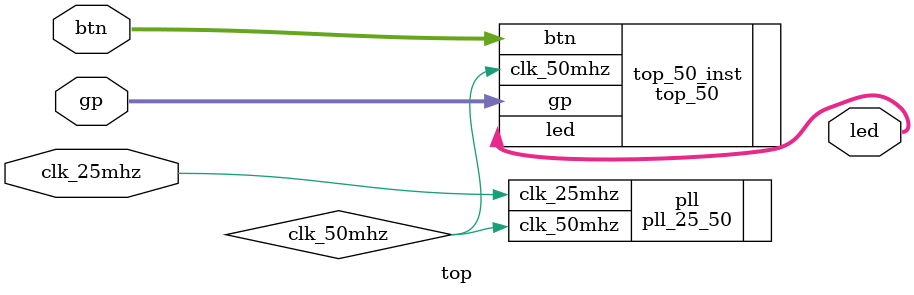
<source format=v>
module top (
    input clk_25mhz,
    inout wire [27:0] gp,
    input [6:0] btn,
    output [7:0] led
);

wire clk_50mhz;

pll_25_50 pll(
    .clk_25mhz(clk_25mhz)
    , .clk_50mhz(clk_50mhz)
    );

top_50 top_50_inst(
    .clk_50mhz(clk_50mhz)
    , .gp(gp)
    , .btn(btn)
    , .led(led)
);

endmodule

</source>
